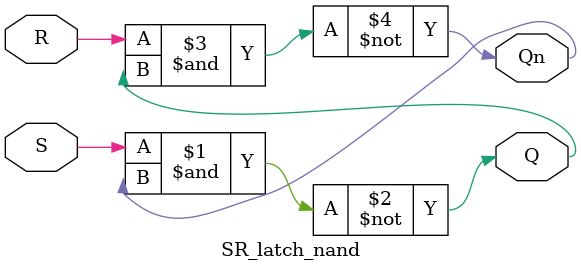
<source format=v>
module SR_latch_nand
(
	S,
	R,
	Q,
	Qn,
);

	input S, R;
	output Q, Qn;

	nand nand_0(Q, S, Qn);
	nand nand_1(Qn, R, Q);

endmodule

</source>
